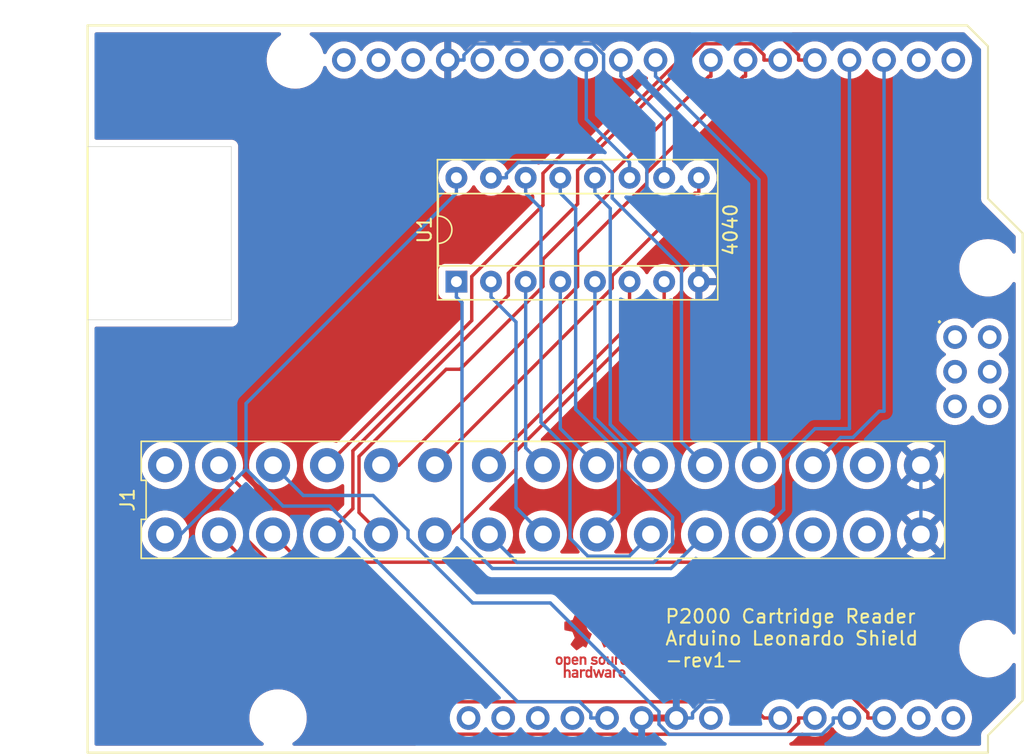
<source format=kicad_pcb>
(kicad_pcb (version 20211014) (generator pcbnew)
  (layers (0 "F.Cu" signal) (31 "B.Cu" signal) (34 "B.Paste" user) (35 "F.Paste" user) (36 "B.SilkS" user "B.Silkscreen") (37 "F.SilkS" user "F.Silkscreen") (38 "B.Mask" user) (39 "F.Mask" user) (44 "Edge.Cuts" user))
  (net 0 "")
  (net 1 "+5V")
  (net 2 "GND")
  (net 3 "A10")
  (net 4 "A1")
  (net 5 "A9")
  (net 6 "A2")
  (net 7 "A7")
  (net 8 "A3")
  (net 9 "A8")
  (net 10 "A6")
  (net 11 "CRES")
  (net 12 "A4")
  (net 13 "CCLK")
  (net 14 "A5")
  (net 15 "A0")
  (net 16 "A11")
  (net 20 "D3")
  (net 21 "D2")
  (net 22 "D1")
  (net 29 "A12")
  (net 30 "D7")
  (net 31 "D6")
  (net 32 "D5")
  (net 33 "D4")
  (net 34 "CARSEL2")
  (net 35 "CARSEL1")
  (net 42 "D0")
  (footprint "Package_DIP:DIP-16_W7.62mm_Socket" (layer "F.Cu") (at 55.88 44.196 90)
    (fp_text reference "U1")
    (fp_text value "4040")
  )
  (footprint "Arduino:Arduino_Uno_Shield" (layer "F.Cu") (at 28.829 78.74)
    (fp_text reference "XA1")
    (fp_text value "Arduino_Leonardo_Shield")
  )
  (footprint "CartridgeReader:EdgeConnector2x15_no_screws" (layer "F.Cu") (at 62.23 60.198)
    (fp_text reference "J1")
    (fp_text value "P2000T_cartridge_edge")
  )
  (footprint "Symbol:OSHW-Logo_5.7x6mm_Copper" (layer "F.Cu") (at 66.04 70.231)
    (fp_text reference "REF**" hide)
    (fp_text value "OSHW-Logo_5.7x6mm_Copper" hide)
  )
  (gr_line (start 97.409 55.88) (end 97.409 40.64) (layer "Edge.Cuts") (width 0.05))
  (gr_line (start 97.409 55.88) (end 97.409 64.77) (layer "Edge.Cuts") (width 0.05))
  (gr_line (start 46.99 78.74) (end 94.869 78.74) (layer "Edge.Cuts") (width 0.05))
  (gr_line (start 28.829 78.74) (end 46.99 78.74) (layer "Edge.Cuts") (width 0.05))
  (gr_line (start 94.869 77.47) (end 97.409 74.93) (layer "Edge.Cuts") (width 0.05))
  (gr_line (start 28.829 46.99) (end 28.829 55.753) (layer "Edge.Cuts") (width 0.05))
  (gr_line (start 97.409 74.93) (end 97.409 64.77) (layer "Edge.Cuts") (width 0.05))
  (gr_line (start 39.37 46.99) (end 28.829 46.99) (layer "Edge.Cuts") (width 0.05))
  (gr_line (start 28.829 34.29) (end 39.37 34.29) (layer "Edge.Cuts") (width 0.05))
  (gr_line (start 94.869 26.924) (end 93.345 25.4) (layer "Edge.Cuts") (width 0.05))
  (gr_line (start 94.869 78.74) (end 94.869 77.47) (layer "Edge.Cuts") (width 0.05))
  (gr_line (start 93.345 25.4) (end 28.829 25.4) (layer "Edge.Cuts") (width 0.05))
  (gr_line (start 28.829 25.4) (end 28.829 34.29) (layer "Edge.Cuts") (width 0.05))
  (gr_line (start 97.409 40.64) (end 94.869 38.1) (layer "Edge.Cuts") (width 0.05))
  (gr_line (start 28.829 66.04) (end 28.829 78.74) (layer "Edge.Cuts") (width 0.05))
  (gr_line (start 94.869 38.1) (end 94.869 26.924) (layer "Edge.Cuts") (width 0.05))
  (gr_line (start 28.829 55.753) (end 28.829 66.04) (layer "Edge.Cuts") (width 0.05))
  (gr_line (start 39.37 34.29) (end 39.37 46.99) (layer "Edge.Cuts") (width 0.05))
  (gr_text "P2000 Cartridge Reader\nArduino Leonardo Shield\n-rev1-" (at 71.12 70.358) (layer "F.SilkS") (effects (font (size 1 1)) (justify left)))
  (segment (start 64.9228 75.0111) (end 60.3747 75.0111) (width 0.25) (layer "B.Cu") (net 1))
  (segment (start 66.929 76.2) (end 65.7401 76.2) (width 0.25) (layer "B.Cu") (net 1))
  (segment (start 48.3701 63.0065) (end 48.3701 62.4303) (width 0.25) (layer "B.Cu") (net 1))
  (segment (start 60.3747 75.0111) (end 48.3701 63.0065) (width 0.25) (layer "B.Cu") (net 1))
  (segment (start 55.88 36.576) (end 55.88 37.7013) (width 0.25) (layer "B.Cu") (net 1))
  (segment (start 43.1655 60.6556) (end 40.4501 57.9402) (width 0.25) (layer "B.Cu") (net 1))
  (segment (start 35.6523 62.738) (end 34.51 62.738) (width 0.25) (layer "B.Cu") (net 1))
  (segment (start 40.4501 57.9402) (end 35.6523 62.738) (width 0.25) (layer "B.Cu") (net 1))
  (segment (start 46.5954 60.6556) (end 43.1655 60.6556) (width 0.25) (layer "B.Cu") (net 1))
  (segment (start 65.7401 76.2) (end 65.7401 75.8284) (width 0.25) (layer "B.Cu") (net 1))
  (segment (start 40.4501 53.1312) (end 40.4501 57.9402) (width 0.25) (layer "B.Cu") (net 1))
  (segment (start 55.88 37.7013) (end 40.4501 53.1312) (width 0.25) (layer "B.Cu") (net 1))
  (segment (start 48.3701 62.4303) (end 46.5954 60.6556) (width 0.25) (layer "B.Cu") (net 1))
  (segment (start 65.7401 75.8284) (end 64.9228 75.0111) (width 0.25) (layer "B.Cu") (net 1))
  (segment (start 73.66 44.196) (end 76.488 44.196) (width 0.25) (layer "F.Cu") (net 2))
  (segment (start 72.009 76.2) (end 69.469 76.2) (width 0.25) (layer "F.Cu") (net 2))
  (segment (start 76.488 44.196) (end 89.95 57.658) (width 0.25) (layer "F.Cu") (net 2))
  (segment (start 73.1979 76.2) (end 73.1979 75.8284) (width 0.25) (layer "B.Cu") (net 2))
  (segment (start 72.009 76.2) (end 73.1979 76.2) (width 0.25) (layer "B.Cu") (net 2))
  (segment (start 56.4339 27.94) (end 56.4339 27.5684) (width 0.25) (layer "B.Cu") (net 2))
  (segment (start 74.0152 75.0111) (end 77.6769 75.0111) (width 0.25) (layer "B.Cu") (net 2))
  (segment (start 65.8982 26.7511) (end 66.675 27.5279) (width 0.25) (layer "B.Cu") (net 2))
  (segment (start 66.675 27.5279) (end 66.675 32.501) (width 0.25) (layer "B.Cu") (net 2))
  (segment (start 89.95 57.658) (end 89.95 62.738) (width 0.25) (layer "B.Cu") (net 2))
  (segment (start 77.6769 75.0111) (end 89.95 62.738) (width 0.25) (layer "B.Cu") (net 2))
  (segment (start 69.85 38.3361) (end 73.66 42.1461) (width 0.25) (layer "B.Cu") (net 2))
  (segment (start 66.675 32.501) (end 69.85 35.676) (width 0.25) (layer "B.Cu") (net 2))
  (segment (start 56.4339 27.5684) (end 57.2512 26.7511) (width 0.25) (layer "B.Cu") (net 2))
  (segment (start 57.2512 26.7511) (end 65.8982 26.7511) (width 0.25) (layer "B.Cu") (net 2))
  (segment (start 73.1979 75.8284) (end 74.0152 75.0111) (width 0.25) (layer "B.Cu") (net 2))
  (segment (start 69.85 35.676) (end 69.85 38.3361) (width 0.25) (layer "B.Cu") (net 2))
  (segment (start 73.66 42.1461) (end 73.66 44.196) (width 0.25) (layer "B.Cu") (net 2))
  (segment (start 55.245 27.94) (end 56.4339 27.94) (width 0.25) (layer "B.Cu") (net 2))
  (segment (start 66.5387 35.4507) (end 67.31 36.222) (width 0.25) (layer "B.Cu") (net 3))
  (segment (start 60.3892 35.4507) (end 66.5387 35.4507) (width 0.25) (layer "B.Cu") (net 3))
  (segment (start 58.42 36.576) (end 59.5453 36.576) (width 0.25) (layer "B.Cu") (net 3))
  (segment (start 72.39 43.1377) (end 72.39 55.938) (width 0.25) (layer "B.Cu") (net 3))
  (segment (start 59.5453 36.576) (end 59.5453 36.2946) (width 0.25) (layer "B.Cu") (net 3))
  (segment (start 67.31 36.222) (end 67.31 38.0577) (width 0.25) (layer "B.Cu") (net 3))
  (segment (start 67.31 38.0577) (end 72.39 43.1377) (width 0.25) (layer "B.Cu") (net 3))
  (segment (start 72.39 55.938) (end 74.11 57.658) (width 0.25) (layer "B.Cu") (net 3))
  (segment (start 59.5453 36.2946) (end 60.3892 35.4507) (width 0.25) (layer "B.Cu") (net 3))
  (segment (start 71.12 44.196) (end 71.12 45.7672) (width 0.25) (layer "F.Cu") (net 4))
  (segment (start 60.2501 56.6371) (end 60.2501 57.9402) (width 0.25) (layer "F.Cu") (net 4))
  (segment (start 71.12 45.7672) (end 60.2501 56.6371) (width 0.25) (layer "F.Cu") (net 4))
  (segment (start 55.4523 62.738) (end 54.31 62.738) (width 0.25) (layer "F.Cu") (net 4))
  (segment (start 60.2501 57.9402) (end 55.4523 62.738) (width 0.25) (layer "F.Cu") (net 4))
  (segment (start 64.21 63.0133) (end 65.5285 64.3318) (width 0.25) (layer "B.Cu") (net 5))
  (segment (start 60.96 36.576) (end 60.96 37.7013) (width 0.25) (layer "B.Cu") (net 5))
  (segment (start 62.0853 38.8266) (end 62.0853 54.5124) (width 0.25) (layer "B.Cu") (net 5))
  (segment (start 64.21 56.6371) (end 64.21 63.0133) (width 0.25) (layer "B.Cu") (net 5))
  (segment (start 65.5285 64.3318) (end 68.5562 64.3318) (width 0.25) (layer "B.Cu") (net 5))
  (segment (start 60.96 37.7013) (end 62.0853 38.8266) (width 0.25) (layer "B.Cu") (net 5))
  (segment (start 68.5562 64.3318) (end 70.15 62.738) (width 0.25) (layer "B.Cu") (net 5))
  (segment (start 62.0853 54.5124) (end 64.21 56.6371) (width 0.25) (layer "B.Cu") (net 5))
  (segment (start 68.58 44.196) (end 68.58 47.348) (width 0.25) (layer "F.Cu") (net 6))
  (segment (start 68.58 47.348) (end 58.27 57.658) (width 0.25) (layer "F.Cu") (net 6))
  (segment (start 67.7782 56.7103) (end 67.7782 61.1498) (width 0.25) (layer "B.Cu") (net 7))
  (segment (start 63.5 37.7013) (end 64.6253 38.8266) (width 0.25) (layer "B.Cu") (net 7))
  (segment (start 63.5 36.576) (end 63.5 37.7013) (width 0.25) (layer "B.Cu") (net 7))
  (segment (start 67.7782 61.1498) (end 66.19 62.738) (width 0.25) (layer "B.Cu") (net 7))
  (segment (start 64.6253 53.5574) (end 67.7782 56.7103) (width 0.25) (layer "B.Cu") (net 7))
  (segment (start 64.6253 38.8266) (end 64.6253 53.5574) (width 0.25) (layer "B.Cu") (net 7))
  (segment (start 60.3176 64.7856) (end 58.27 62.738) (width 0.25) (layer "B.Cu") (net 8))
  (segment (start 71.7314 63.3966) (end 70.3424 64.7856) (width 0.25) (layer "B.Cu") (net 8))
  (segment (start 70.3424 64.7856) (end 60.3176 64.7856) (width 0.25) (layer "B.Cu") (net 8))
  (segment (start 68.2423 56.3872) (end 68.2423 57.9789) (width 0.25) (layer "B.Cu") (net 8))
  (segment (start 68.2423 57.9789) (end 71.7314 61.468) (width 0.25) (layer "B.Cu") (net 8))
  (segment (start 66.04 54.1849) (end 68.2423 56.3872) (width 0.25) (layer "B.Cu") (net 8))
  (segment (start 71.7314 61.468) (end 71.7314 63.3966) (width 0.25) (layer "B.Cu") (net 8))
  (segment (start 66.04 44.196) (end 66.04 54.1849) (width 0.25) (layer "B.Cu") (net 8))
  (segment (start 67.1653 38.8266) (end 66.04 37.7013) (width 0.25) (layer "B.Cu") (net 9))
  (segment (start 67.1653 54.6733) (end 67.1653 38.8266) (width 0.25) (layer "B.Cu") (net 9))
  (segment (start 66.04 36.576) (end 66.04 37.7013) (width 0.25) (layer "B.Cu") (net 9))
  (segment (start 70.15 57.658) (end 67.1653 54.6733) (width 0.25) (layer "B.Cu") (net 9))
  (segment (start 63.5 44.196) (end 63.5 54.968) (width 0.25) (layer "B.Cu") (net 10))
  (segment (start 63.5 54.968) (end 66.19 57.658) (width 0.25) (layer "B.Cu") (net 10))
  (segment (start 68.58 36.576) (end 68.58 35.4507) (width 0.25) (layer "B.Cu") (net 11))
  (segment (start 65.405 32.2757) (end 65.405 27.94) (width 0.25) (layer "B.Cu") (net 11))
  (segment (start 68.58 35.4507) (end 65.405 32.2757) (width 0.25) (layer "B.Cu") (net 11))
  (segment (start 60.96 56.388) (end 62.23 57.658) (width 0.25) (layer "B.Cu") (net 12))
  (segment (start 60.96 44.196) (end 60.96 56.388) (width 0.25) (layer "B.Cu") (net 12))
  (segment (start 71.12 32.3039) (end 71.12 36.576) (width 0.25) (layer "B.Cu") (net 13))
  (segment (start 67.945 29.1289) (end 71.12 32.3039) (width 0.25) (layer "B.Cu") (net 13))
  (segment (start 67.945 27.94) (end 67.945 29.1289) (width 0.25) (layer "B.Cu") (net 13))
  (segment (start 58.42 45.3213) (end 60.25 47.1513) (width 0.25) (layer "B.Cu") (net 14))
  (segment (start 58.42 44.196) (end 58.42 45.3213) (width 0.25) (layer "B.Cu") (net 14))
  (segment (start 60.25 60.758) (end 62.23 62.738) (width 0.25) (layer "B.Cu") (net 14))
  (segment (start 60.25 47.1513) (end 60.25 60.758) (width 0.25) (layer "B.Cu") (net 14))
  (segment (start 67.31 43.77) (end 73.3787 37.7013) (width 0.25) (layer "F.Cu") (net 15))
  (segment (start 54.31 57.658) (end 67.31 44.658) (width 0.25) (layer "F.Cu") (net 15))
  (segment (start 67.31 44.658) (end 67.31 43.77) (width 0.25) (layer "F.Cu") (net 15))
  (segment (start 73.66 36.576) (end 73.66 37.7013) (width 0.25) (layer "F.Cu") (net 15))
  (segment (start 73.3787 37.7013) (end 73.66 37.7013) (width 0.25) (layer "F.Cu") (net 15))
  (segment (start 58.518 65.2359) (end 71.6121 65.2359) (width 0.25) (layer "B.Cu") (net 16))
  (segment (start 55.88 44.196) (end 55.88 45.3213) (width 0.25) (layer "B.Cu") (net 16))
  (segment (start 71.6121 65.2359) (end 74.11 62.738) (width 0.25) (layer "B.Cu") (net 16))
  (segment (start 56.2901 63.008) (end 58.518 65.2359) (width 0.25) (layer "B.Cu") (net 16))
  (segment (start 55.88 45.3213) (end 56.2901 45.7314) (width 0.25) (layer "B.Cu") (net 16))
  (segment (start 56.2901 45.7314) (end 56.2901 63.008) (width 0.25) (layer "B.Cu") (net 16))
  (segment (start 87.249 76.2) (end 86.0601 76.2) (width 0.25) (layer "F.Cu") (net 20))
  (segment (start 75.0027 64.7711) (end 44.4631 64.7711) (width 0.25) (layer "F.Cu") (net 20))
  (segment (start 44.4631 64.7711) (end 42.43 62.738) (width 0.25) (layer "F.Cu") (net 20))
  (segment (start 86.0601 75.8285) (end 75.0027 64.7711) (width 0.25) (layer "F.Cu") (net 20))
  (segment (start 86.0601 76.2) (end 86.0601 75.8285) (width 0.25) (layer "F.Cu") (net 20))
  (segment (start 49.7673 59.8786) (end 44.6506 59.8786) (width 0.25) (layer "B.Cu") (net 21))
  (segment (start 71.4764 77.4015) (end 70.739 76.6641) (width 0.25) (layer "B.Cu") (net 21))
  (segment (start 62.7673 67.7625) (end 57.079 67.7625) (width 0.25) (layer "B.Cu") (net 21))
  (segment (start 82.6901 77.4015) (end 71.4764 77.4015) (width 0.25) (layer "B.Cu") (net 21))
  (segment (start 52.3301 63.0136) (end 52.3301 62.4414) (width 0.25) (layer "B.Cu") (net 21))
  (segment (start 44.6506 59.8786) (end 42.43 57.658) (width 0.25) (layer "B.Cu") (net 21))
  (segment (start 84.709 76.2) (end 83.5201 76.2) (width 0.25) (layer "B.Cu") (net 21))
  (segment (start 70.739 75.7342) (end 62.7673 67.7625) (width 0.25) (layer "B.Cu") (net 21))
  (segment (start 70.739 76.6641) (end 70.739 75.7342) (width 0.25) (layer "B.Cu") (net 21))
  (segment (start 57.079 67.7625) (end 52.3301 63.0136) (width 0.25) (layer "B.Cu") (net 21))
  (segment (start 52.3301 62.4414) (end 49.7673 59.8786) (width 0.25) (layer "B.Cu") (net 21))
  (segment (start 83.5201 76.5715) (end 82.6901 77.4015) (width 0.25) (layer "B.Cu") (net 21))
  (segment (start 83.5201 76.2) (end 83.5201 76.5715) (width 0.25) (layer "B.Cu") (net 21))
  (segment (start 38.47 62.738) (end 53.1209 77.3889) (width 0.25) (layer "F.Cu") (net 22))
  (segment (start 80.1628 77.3889) (end 80.9801 76.5716) (width 0.25) (layer "F.Cu") (net 22))
  (segment (start 82.169 76.2) (end 80.9801 76.2) (width 0.25) (layer "F.Cu") (net 22))
  (segment (start 80.9801 76.5716) (end 80.9801 76.2) (width 0.25) (layer "F.Cu") (net 22))
  (segment (start 53.1209 77.3889) (end 80.1628 77.3889) (width 0.25) (layer "F.Cu") (net 22))
  (segment (start 78.07 36.7139) (end 78.07 57.658) (width 0.25) (layer "B.Cu") (net 29))
  (segment (start 70.485 29.1289) (end 78.07 36.7139) (width 0.25) (layer "B.Cu") (net 29))
  (segment (start 70.485 27.94) (end 70.485 29.1289) (width 0.25) (layer "B.Cu") (net 29))
  (segment (start 55.1284 50.6206) (end 48.7379 57.0111) (width 0.25) (layer "F.Cu") (net 30))
  (segment (start 74.4004 29.1289) (end 67.31 36.2193) (width 0.25) (layer "F.Cu") (net 30))
  (segment (start 67.31 36.2193) (end 67.31 37.4694) (width 0.25) (layer "F.Cu") (net 30))
  (segment (start 74.549 29.1289) (end 74.4004 29.1289) (width 0.25) (layer "F.Cu") (net 30))
  (segment (start 62.23 42.5494) (end 62.23 44.5429) (width 0.25) (layer "F.Cu") (net 30))
  (segment (start 62.23 44.5429) (end 56.1523 50.6206) (width 0.25) (layer "F.Cu") (net 30))
  (segment (start 67.31 37.4694) (end 62.23 42.5494) (width 0.25) (layer "F.Cu") (net 30))
  (segment (start 48.7379 57.0111) (end 48.7379 61.1259) (width 0.25) (layer "F.Cu") (net 30))
  (segment (start 74.549 27.94) (end 74.549 29.1289) (width 0.25) (layer "F.Cu") (net 30))
  (segment (start 48.7379 61.1259) (end 50.35 62.738) (width 0.25) (layer "F.Cu") (net 30))
  (segment (start 56.1523 50.6206) (end 55.1284 50.6206) (width 0.25) (layer "F.Cu") (net 30))
  (segment (start 77.089 27.94) (end 77.089 29.1289) (width 0.25) (layer "F.Cu") (net 31))
  (segment (start 51.6628 57.658) (end 50.35 57.658) (width 0.25) (layer "F.Cu") (net 31))
  (segment (start 64.77 42.035) (end 64.77 44.5508) (width 0.25) (layer "F.Cu") (net 31))
  (segment (start 77.089 29.1289) (end 76.9404 29.1289) (width 0.25) (layer "F.Cu") (net 31))
  (segment (start 64.77 44.5508) (end 51.6628 57.658) (width 0.25) (layer "F.Cu") (net 31))
  (segment (start 76.9404 29.1289) (end 69.85 36.2193) (width 0.25) (layer "F.Cu") (net 31))
  (segment (start 69.85 36.955) (end 64.77 42.035) (width 0.25) (layer "F.Cu") (net 31))
  (segment (start 69.85 36.2193) (end 69.85 36.955) (width 0.25) (layer "F.Cu") (net 31))
  (segment (start 77.6181 26.7465) (end 74.0485 26.7465) (width 0.25) (layer "F.Cu") (net 32))
  (segment (start 78.4401 27.5685) (end 77.6181 26.7465) (width 0.25) (layer "F.Cu") (net 32))
  (segment (start 64.77 36.025) (end 64.77 38.4982) (width 0.25) (layer "F.Cu") (net 32))
  (segment (start 48.2875 60.8405) (end 46.39 62.738) (width 0.25) (layer "F.Cu") (net 32))
  (segment (start 48.2875 56.5982) (end 48.2875 60.8405) (width 0.25) (layer "F.Cu") (net 32))
  (segment (start 78.4401 27.94) (end 78.4401 27.5685) (width 0.25) (layer "F.Cu") (net 32))
  (segment (start 64.77 38.4982) (end 59.69 43.5782) (width 0.25) (layer "F.Cu") (net 32))
  (segment (start 59.69 43.5782) (end 59.69 45.1957) (width 0.25) (layer "F.Cu") (net 32))
  (segment (start 79.629 27.94) (end 78.4401 27.94) (width 0.25) (layer "F.Cu") (net 32))
  (segment (start 59.69 45.1957) (end 48.2875 56.5982) (width 0.25) (layer "F.Cu") (net 32))
  (segment (start 74.0485 26.7465) (end 64.77 36.025) (width 0.25) (layer "F.Cu") (net 32))
  (segment (start 62.23 36.2447) (end 62.23 38.5858) (width 0.25) (layer "F.Cu") (net 33))
  (segment (start 64.0645 34.4102) (end 62.23 36.2447) (width 0.25) (layer "F.Cu") (net 33))
  (segment (start 57.0054 47.0426) (end 46.39 57.658) (width 0.25) (layer "F.Cu") (net 33))
  (segment (start 73.911 26.2471) (end 65.7479 34.4102) (width 0.25) (layer "F.Cu") (net 33))
  (segment (start 65.7479 34.4102) (end 64.0645 34.4102) (width 0.25) (layer "F.Cu") (net 33))
  (segment (start 62.23 38.5858) (end 57.0054 43.8104) (width 0.25) (layer "F.Cu") (net 33))
  (segment (start 80.9801 27.94) (end 80.9801 27.5685) (width 0.25) (layer "F.Cu") (net 33))
  (segment (start 57.0054 43.8104) (end 57.0054 47.0426) (width 0.25) (layer "F.Cu") (net 33))
  (segment (start 79.6587 26.2471) (end 73.911 26.2471) (width 0.25) (layer "F.Cu") (net 33))
  (segment (start 82.169 27.94) (end 80.9801 27.94) (width 0.25) (layer "F.Cu") (net 33))
  (segment (start 80.9801 27.5685) (end 79.6587 26.2471) (width 0.25) (layer "F.Cu") (net 33))
  (segment (start 82.181 54.979) (end 79.883 57.277) (width 0.25) (layer "B.Cu") (net 34))
  (segment (start 84.709 27.94) (end 84.709 54.979) (width 0.25) (layer "B.Cu") (net 34))
  (segment (start 84.709 54.979) (end 82.181 54.979) (width 0.25) (layer "B.Cu") (net 34))
  (segment (start 79.883 60.925) (end 78.07 62.738) (width 0.25) (layer "B.Cu") (net 34))
  (segment (start 79.883 57.277) (end 79.883 60.925) (width 0.25) (layer "B.Cu") (net 34))
  (segment (start 79.205 62.738) (end 78.07 62.738) (width 0.25) (layer "B.Cu") (net 34))
  (segment (start 84.963 55.626) (end 84.062 55.626) (width 0.25) (layer "B.Cu") (net 35))
  (segment (start 87.249 53.6988) (end 86.8902 53.6988) (width 0.25) (layer "B.Cu") (net 35))
  (segment (start 86.8902 53.6988) (end 84.963 55.626) (width 0.25) (layer "B.Cu") (net 35))
  (segment (start 87.249 27.94) (end 87.249 53.6988) (width 0.25) (layer "B.Cu") (net 35))
  (segment (start 84.062 55.626) (end 82.03 57.658) (width 0.25) (layer "B.Cu") (net 35))
  (segment (start 40.4501 63.0452) (end 52.416 75.0111) (width 0.25) (layer "F.Cu") (net 42))
  (segment (start 79.629 76.2) (end 78.4401 76.2) (width 0.25) (layer "F.Cu") (net 42))
  (segment (start 77.2512 75.0111) (end 78.4401 76.2) (width 0.25) (layer "F.Cu") (net 42))
  (segment (start 40.4501 59.6381) (end 40.4501 63.0452) (width 0.25) (layer "F.Cu") (net 42))
  (segment (start 52.416 75.0111) (end 77.2512 75.0111) (width 0.25) (layer "F.Cu") (net 42))
  (segment (start 38.47 57.658) (end 40.4501 59.6381) (width 0.25) (layer "F.Cu") (net 42))
  (zone (net 2) (net_name "GND") (layer "F.Cu") (connect_pads (clearance 0.508)) (min_thickness 0.254) (fill yes (thermal_gap 0.508) (thermal_bridge_width 0.508))
    (polygon (pts (xy 97.536 25.4) (xy 97.536 78.867) (xy 28.829 78.74) (xy 28.829 25.527)))
  )
  (zone (net 2) (net_name "GND") (layer "B.Cu") (connect_pads (clearance 0.508)) (min_thickness 0.254) (fill yes (thermal_gap 0.508) (thermal_bridge_width 0.508))
    (polygon (pts (xy 97.536 78.867) (xy 28.829 78.74) (xy 28.829 25.4) (xy 97.536 25.4)))
  )
)
</source>
